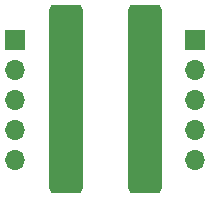
<source format=gbr>
%TF.GenerationSoftware,KiCad,Pcbnew,(6.0.4)*%
%TF.CreationDate,2022-04-28T22:28:36-04:00*%
%TF.ProjectId,capacitor_daughterboard,63617061-6369-4746-9f72-5f6461756768,0*%
%TF.SameCoordinates,Original*%
%TF.FileFunction,Soldermask,Top*%
%TF.FilePolarity,Negative*%
%FSLAX46Y46*%
G04 Gerber Fmt 4.6, Leading zero omitted, Abs format (unit mm)*
G04 Created by KiCad (PCBNEW (6.0.4)) date 2022-04-28 22:28:36*
%MOMM*%
%LPD*%
G01*
G04 APERTURE LIST*
G04 Aperture macros list*
%AMRoundRect*
0 Rectangle with rounded corners*
0 $1 Rounding radius*
0 $2 $3 $4 $5 $6 $7 $8 $9 X,Y pos of 4 corners*
0 Add a 4 corners polygon primitive as box body*
4,1,4,$2,$3,$4,$5,$6,$7,$8,$9,$2,$3,0*
0 Add four circle primitives for the rounded corners*
1,1,$1+$1,$2,$3*
1,1,$1+$1,$4,$5*
1,1,$1+$1,$6,$7*
1,1,$1+$1,$8,$9*
0 Add four rect primitives between the rounded corners*
20,1,$1+$1,$2,$3,$4,$5,0*
20,1,$1+$1,$4,$5,$6,$7,0*
20,1,$1+$1,$6,$7,$8,$9,0*
20,1,$1+$1,$8,$9,$2,$3,0*%
G04 Aperture macros list end*
%ADD10RoundRect,0.388889X-1.011111X-7.611111X1.011111X-7.611111X1.011111X7.611111X-1.011111X7.611111X0*%
%ADD11R,1.700000X1.700000*%
%ADD12O,1.700000X1.700000*%
G04 APERTURE END LIST*
D10*
%TO.C,C1/2*%
X137025000Y-81000000D03*
X143725000Y-81000000D03*
%TD*%
D11*
%TO.C,J2*%
X148000000Y-76000000D03*
D12*
X148000000Y-78540000D03*
X148000000Y-81080000D03*
X148000000Y-83620000D03*
X148000000Y-86160000D03*
%TD*%
D11*
%TO.C,J1*%
X132750000Y-76000000D03*
D12*
X132750000Y-78540000D03*
X132750000Y-81080000D03*
X132750000Y-83620000D03*
X132750000Y-86160000D03*
%TD*%
M02*

</source>
